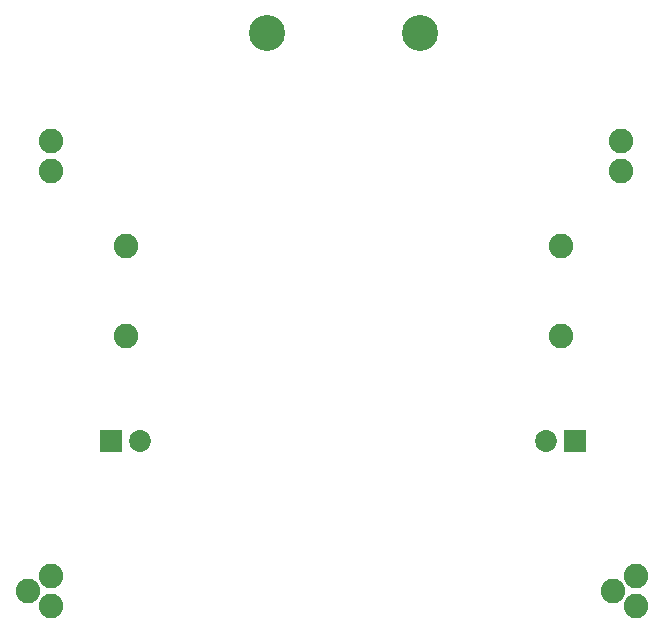
<source format=gbs>
G75*
%MOIN*%
%OFA0B0*%
%FSLAX25Y25*%
%IPPOS*%
%LPD*%
%AMOC8*
5,1,8,0,0,1.08239X$1,22.5*
%
%ADD10C,0.12050*%
%ADD11C,0.07300*%
%ADD12R,0.07300X0.07300*%
%ADD13C,0.08200*%
D10*
X0103000Y0227000D03*
X0154000Y0227000D03*
D11*
X0196079Y0091000D03*
X0060921Y0091000D03*
D12*
X0051079Y0091000D03*
X0205921Y0091000D03*
D13*
X0031000Y0036000D03*
X0023500Y0041000D03*
X0031000Y0046000D03*
X0056000Y0126000D03*
X0056000Y0156000D03*
X0031000Y0181000D03*
X0031000Y0191000D03*
X0201000Y0156000D03*
X0221000Y0181000D03*
X0221000Y0191000D03*
X0201000Y0126000D03*
X0226000Y0046000D03*
X0218500Y0041000D03*
X0226000Y0036000D03*
M02*

</source>
